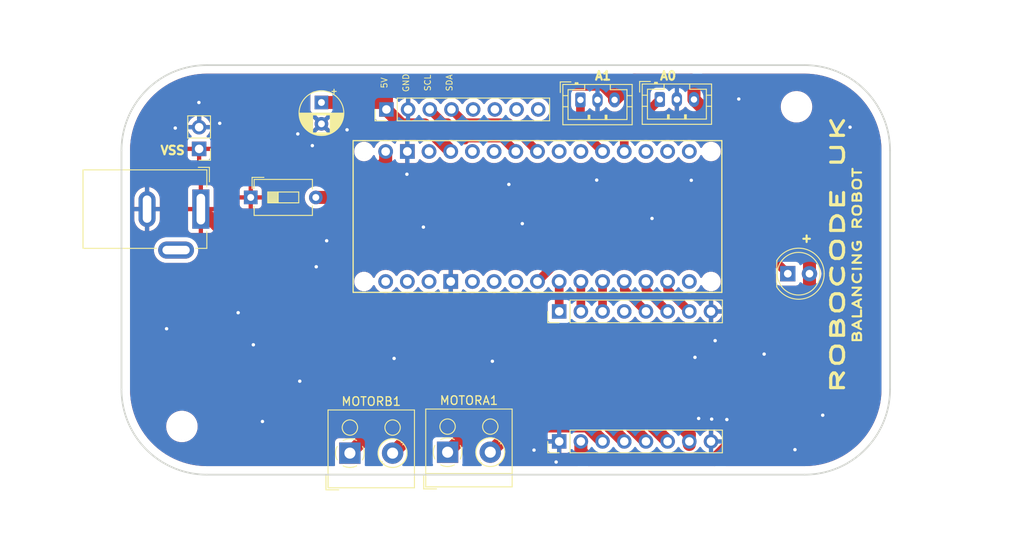
<source format=kicad_pcb>
(kicad_pcb (version 20221018) (generator pcbnew)
  (layers (0 "F.Cu" signal) (31 "B.Cu" signal) (34 "B.Paste" user) (35 "F.Paste" user) (36 "B.SilkS" user "B.Silkscreen") (37 "F.SilkS" user "F.Silkscreen") (38 "B.Mask" user) (39 "F.Mask" user) (44 "Edge.Cuts" user))
  (net 0 "")
  (net 1 "5V")
  (net 2 "GND")
  (net 3 "LED1")
  (net 4 "Vss")
  (net 5 "PWMA")
  (net 6 "AIN2")
  (net 7 "AIN1")
  (net 9 "BIN1")
  (net 10 "BIN2")
  (net 11 "PWMB")
  (net 12 "AO1")
  (net 13 "AO2")
  (net 14 "BO1")
  (net 15 "BO2")
  (net 16 "A0")
  (net 17 "A1")
  (net 18 "SCL")
  (net 19 "SDA")
  (net 24 "Net-(SW1-Pad2)")
  (footprint "Connector_JST:JST_PH_B3B-PH-K_1x03_P2.00mm_Vertical" (layer "F.Cu") (at 144.8816 54.2544)
    (fp_text reference "J5" hide)
    (fp_text value "Sharp")
    (fp_line (start -2.36 -2.11) (end -2.36 -0.86) (stroke (width 0.12)) (layer "F.SilkS"))
    (fp_line (start -2.06 -1.81) (end -2.06 2.91) (stroke (width 0.12)) (layer "F.SilkS"))
    (fp_line (start -2.06 -0.5) (end -1.45 -0.5) (stroke (width 0.12)) (layer "F.SilkS"))
    (fp_line (start -2.06 0.8) (end -1.45 0.8) (stroke (width 0.12)) (layer "F.SilkS"))
    (fp_line (start -2.06 2.91) (end 6.06 2.91) (stroke (width 0.12)) (layer "F.SilkS"))
    (fp_line (start -1.45 -1.2) (end -1.45 2.3) (stroke (width 0.12)) (layer "F.SilkS"))
    (fp_line (start -1.45 2.3) (end 5.45 2.3) (stroke (width 0.12)) (layer "F.SilkS"))
    (fp_line (start -1.11 -2.11) (end -2.36 -2.11) (stroke (width 0.12)) (layer "F.SilkS"))
    (fp_line (start -0.6 -2.01) (end -0.6 -1.81) (stroke (width 0.12)) (layer "F.SilkS"))
    (fp_line (start -0.3 -2.01) (end -0.6 -2.01) (stroke (width 0.12)) (layer "F.SilkS"))
    (fp_line (start -0.3 -1.91) (end -0.6 -1.91) (stroke (width 0.12)) (layer "F.SilkS"))
    (fp_line (start -0.3 -1.81) (end -0.3 -2.01) (stroke (width 0.12)) (layer "F.SilkS"))
    (fp_line (start 0.5 -1.81) (end 0.5 -1.2) (stroke (width 0.12)) (layer "F.SilkS"))
    (fp_line (start 0.5 -1.2) (end -1.45 -1.2) (stroke (width 0.12)) (layer "F.SilkS"))
    (fp_line (start 0.9 1.8) (end 1.1 1.8) (stroke (width 0.12)) (layer "F.SilkS"))
    (fp_line (start 0.9 2.3) (end 0.9 1.8) (stroke (width 0.12)) (layer "F.SilkS"))
    (fp_line (start 1 2.3) (end 1 1.8) (stroke (width 0.12)) (layer "F.SilkS"))
    (fp_line (start 1.1 1.8) (end 1.1 2.3) (stroke (width 0.12)) (layer "F.SilkS"))
    (fp_line (start 2.9 1.8) (end 3.1 1.8) (stroke (width 0.12)) (layer "F.SilkS"))
    (fp_line (start 2.9 2.3) (end 2.9 1.8) (stroke (width 0.12)) (layer "F.SilkS"))
    (fp_line (start 3 2.3) (end 3 1.8) (stroke (width 0.12)) (layer "F.SilkS"))
    (fp_line (start 3.1 1.8) (end 3.1 2.3) (stroke (width 0.12)) (layer "F.SilkS"))
    (fp_line (start 3.5 -1.2) (end 3.5 -1.81) (stroke (width 0.12)) (layer "F.SilkS"))
    (fp_line (start 5.45 -1.2) (end 3.5 -1.2) (stroke (width 0.12)) (layer "F.SilkS"))
    (fp_line (start 5.45 2.3) (end 5.45 -1.2) (stroke (width 0.12)) (layer "F.SilkS"))
    (fp_line (start 6.06 -1.81) (end -2.06 -1.81) (stroke (width 0.12)) (layer "F.SilkS"))
    (fp_line (start 6.06 -0.5) (end 5.45 -0.5) (stroke (width 0.12)) (layer "F.SilkS"))
    (fp_line (start 6.06 0.8) (end 5.45 0.8) (stroke (width 0.12)) (layer "F.SilkS"))
    (fp_line (start 6.06 2.91) (end 6.06 -1.81) (stroke (width 0.12)) (layer "F.SilkS"))
    (pad "1" thru_hole roundrect (at 0 0) (size 1.2 1.75) (drill 0.75) (layers "*.Cu" "*.Mask") (roundrect_rratio 0.2083333333) (net 16 "A0"))
    (pad "2" thru_hole oval (at 2 0) (size 1.2 1.75) (drill 0.75) (layers "*.Cu" "*.Mask") (net 2 "GND"))
    (pad "3" thru_hole oval (at 4 0) (size 1.2 1.75) (drill 0.75) (layers "*.Cu" "*.Mask") (net 1 "5V"))
  )
  (footprint "MountingHole:MountingHole_3.2mm_M3" (layer "F.Cu") (at 160.888932 55.109732)
    (fp_text reference "REF**" hide)
    (fp_text value "MountingHole_3.2mm_M3")
    (pad "" np_thru_hole circle (at 0 0) (size 3.2 3.2) (drill 3.2) (layers "F&B.Cu" "*.Mask"))
  )
  (footprint "Connector_PinHeader_2.54mm:PinHeader_1x08_P2.54mm_Vertical" (layer "F.Cu") (at 133.096 94.3356 90)
    (fp_text reference "J4" hide)
    (fp_text value "Conn_01x08_Socket")
    (fp_line (start -1.33 -1.33) (end 0 -1.33) (stroke (width 0.12)) (layer "F.SilkS"))
    (fp_line (start -1.33 0) (end -1.33 -1.33) (stroke (width 0.12)) (layer "F.SilkS"))
    (fp_line (start -1.33 1.27) (end -1.33 19.11) (stroke (width 0.12)) (layer "F.SilkS"))
    (fp_line (start -1.33 1.27) (end 1.33 1.27) (stroke (width 0.12)) (layer "F.SilkS"))
    (fp_line (start -1.33 19.11) (end 1.33 19.11) (stroke (width 0.12)) (layer "F.SilkS"))
    (fp_line (start 1.33 1.27) (end 1.33 19.11) (stroke (width 0.12)) (layer "F.SilkS"))
    (pad "1" thru_hole rect (at 0 0 90) (size 1.7 1.7) (drill 1) (layers "*.Cu" "*.Mask") (net 2 "GND"))
    (pad "2" thru_hole oval (at 0 2.54 90) (size 1.7 1.7) (drill 1) (layers "*.Cu" "*.Mask") (net 1 "5V"))
    (pad "3" thru_hole oval (at 0 5.08 90) (size 1.7 1.7) (drill 1) (layers "*.Cu" "*.Mask") (net 12 "AO1"))
    (pad "4" thru_hole oval (at 0 7.62 90) (size 1.7 1.7) (drill 1) (layers "*.Cu" "*.Mask") (net 13 "AO2"))
    (pad "5" thru_hole oval (at 0 10.16 90) (size 1.7 1.7) (drill 1) (layers "*.Cu" "*.Mask") (net 14 "BO1"))
    (pad "6" thru_hole oval (at 0 12.7 90) (size 1.7 1.7) (drill 1) (layers "*.Cu" "*.Mask") (net 15 "BO2"))
    (pad "7" thru_hole oval (at 0 15.24 90) (size 1.7 1.7) (drill 1) (layers "*.Cu" "*.Mask") (net 4 "Vss"))
    (pad "8" thru_hole oval (at 0 17.78 90) (size 1.7 1.7) (drill 1) (layers "*.Cu" "*.Mask") (net 2 "GND"))
  )
  (footprint "LED_THT:LED_D5.0mm" (layer "F.Cu") (at 159.8676 74.676)
    (fp_text reference "D1" hide)
    (fp_text value "LED")
    (fp_line (start -1.29 -1.545) (end -1.29 1.545) (stroke (width 0.12)) (layer "F.SilkS"))
    (fp_arc (start -1.29 -1.54483) (mid 2.072002 -2.880433) (end 4.26 0.000462) (stroke (width 0.12)) (layer "F.SilkS"))
    (fp_arc (start 4.26 -0.000462) (mid 2.072002 2.880433) (end -1.29 1.54483) (stroke (width 0.12)) (layer "F.SilkS"))
    (fp_circle (center 1.27 0) (end 3.77 0) (stroke (width 0.12)) (fill none) (layer "F.SilkS"))
    (pad "1" thru_hole rect (at 0 0) (size 1.8 1.8) (drill 0.9) (layers "*.Cu" "*.Mask") (net 3 "LED1"))
    (pad "2" thru_hole circle (at 2.54 0) (size 1.8 1.8) (drill 0.9) (layers "*.Cu" "*.Mask") (net 1 "5V"))
  )
  (footprint "TerminalBlock_RND:TerminalBlock_RND_205-00001_1x02_P5.00mm_Horizontal" (layer "F.Cu") (at 108.5888 95.7072)
    (fp_text reference "MOTORB1" (at 2.5 -6.06) (layer "F.SilkS"))
    (fp_text value "Screw_Terminal_01x02")
    (fp_line (start -2.8 2.56) (end -2.8 4.3) (stroke (width 0.12)) (layer "F.SilkS"))
    (fp_line (start -2.8 4.3) (end -1.3 4.3) (stroke (width 0.12)) (layer "F.SilkS"))
    (fp_line (start -2.56 -5.06) (end -2.56 4.06) (stroke (width 0.12)) (layer "F.SilkS"))
    (fp_line (start -2.56 -5.06) (end 7.56 -5.06) (stroke (width 0.12)) (layer "F.SilkS"))
    (fp_line (start -2.56 2.5) (end 7.56 2.5) (stroke (width 0.12)) (layer "F.SilkS"))
    (fp_line (start -2.56 4.06) (end 7.56 4.06) (stroke (width 0.12)) (layer "F.SilkS"))
    (fp_line (start 3.82 0.976) (end 3.726 1.069) (stroke (width 0.12)) (layer "F.SilkS"))
    (fp_line (start 3.99 1.216) (end 3.931 1.274) (stroke (width 0.12)) (layer "F.SilkS"))
    (fp_line (start 6.07 -1.275) (end 6.011 -1.216) (stroke (width 0.12)) (layer "F.SilkS"))
    (fp_line (start 6.275 -1.069) (end 6.181 -0.976) (stroke (width 0.12)) (layer "F.SilkS"))
    (fp_line (start 7.56 -5.06) (end 7.56 4.06) (stroke (width 0.12)) (layer "F.SilkS"))
    (fp_arc (start -1.483953 0.789089) (mid -1.680708 0.00005) (end -1.484 -0.789) (stroke (width 0.12)) (layer "F.SilkS"))
    (fp_arc (start -0.789089 -1.483953) (mid -0.00005 -1.680708) (end 0.789 -1.484) (stroke (width 0.12)) (layer "F.SilkS"))
    (fp_arc (start 0.029383 1.68045) (mid -0.392304 1.634281) (end -0.789 1.484) (stroke (width 0.12)) (layer "F.SilkS"))
    (fp_arc (start 0.788712 1.483352) (mid 0.406429 1.630097) (end 0 1.68) (stroke (width 0.12)) (layer "F.SilkS"))
    (fp_arc (start 1.483953 -0.789089) (mid 1.680708 -0.00005) (end 1.484 0.789) (stroke (width 0.12)) (layer "F.SilkS"))
    (fp_circle (center 0 -3) (end 0.9 -3) (stroke (width 0.12)) (fill none) (layer "F.SilkS"))
    (fp_circle (center 5 -3) (end 5.9 -3) (stroke (width 0.12)) (fill none) (layer "F.SilkS"))
    (fp_circle (center 5 0) (end 6.68 0) (stroke (width 0.12)) (fill none) (layer "F.SilkS"))
    (pad "1" thru_hole rect (at 0 0) (size 2.5 2.5) (drill 1.3) (layers "*.Cu" "*.Mask") (net 15 "BO2"))
    (pad "2" thru_hole circle (at 5 0) (size 2.5 2.5) (drill 1.3) (layers "*.Cu" "*.Mask") (net 14 "BO1"))
  )
  (footprint "MountingHole:MountingHole_3.2mm_M3" (layer "F.Cu") (at 88.918932 92.579732)
    (fp_text reference "REF**" hide)
    (fp_text value "MountingHole_3.2mm_M3")
    (pad "" np_thru_hole circle (at 0 0) (size 3.2 3.2) (drill 3.2) (layers "F&B.Cu" "*.Mask"))
  )
  (footprint "Connector_PinHeader_2.54mm:PinHeader_1x02_P2.54mm_Vertical" (layer "F.Cu") (at 90.932 60.0456 180)
    (fp_text reference "J1" hide)
    (fp_text value "Conn_01x02_Pin")
    (fp_line (start -1.33 -1.33) (end 0 -1.33) (stroke (width 0.12)) (layer "F.SilkS"))
    (fp_line (start -1.33 0) (end -1.33 -1.33) (stroke (width 0.12)) (layer "F.SilkS"))
    (fp_line (start -1.33 1.27) (end -1.33 3.87) (stroke (width 0.12)) (layer "F.SilkS"))
    (fp_line (start -1.33 1.27) (end 1.33 1.27) (stroke (width 0.12)) (layer "F.SilkS"))
    (fp_line (start -1.33 3.87) (end 1.33 3.87) (stroke (width 0.12)) (layer "F.SilkS"))
    (fp_line (start 1.33 1.27) (end 1.33 3.87) (stroke (width 0.12)) (layer "F.SilkS"))
    (pad "1" thru_hole rect (at 0 0 180) (size 1.7 1.7) (drill 1) (layers "*.Cu" "*.Mask") (net 4 "Vss"))
    (pad "2" thru_hole oval (at 0 2.54 180) (size 1.7 1.7) (drill 1) (layers "*.Cu" "*.Mask") (net 2 "GND"))
  )
  (footprint "Connector_PinHeader_2.54mm:PinHeader_1x08_P2.54mm_Vertical" (layer "F.Cu") (at 133.096 79.0956 90)
    (fp_text reference "J3" hide)
    (fp_text value "Conn_01x08_Socket")
    (fp_line (start -1.33 -1.33) (end 0 -1.33) (stroke (width 0.12)) (layer "F.SilkS"))
    (fp_line (start -1.33 0) (end -1.33 -1.33) (stroke (width 0.12)) (layer "F.SilkS"))
    (fp_line (start -1.33 1.27) (end -1.33 19.11) (stroke (width 0.12)) (layer "F.SilkS"))
    (fp_line (start -1.33 1.27) (end 1.33 1.27) (stroke (width 0.12)) (layer "F.SilkS"))
    (fp_line (start -1.33 19.11) (end 1.33 19.11) (stroke (width 0.12)) (layer "F.SilkS"))
    (fp_line (start 1.33 1.27) (end 1.33 19.11) (stroke (width 0.12)) (layer "F.SilkS"))
    (pad "1" thru_hole rect (at 0 0 90) (size 1.7 1.7) (drill 1) (layers "*.Cu" "*.Mask") (net 5 "PWMA"))
    (pad "2" thru_hole oval (at 0 2.54 90) (size 1.7 1.7) (drill 1) (layers "*.Cu" "*.Mask") (net 6 "AIN2"))
    (pad "3" thru_hole oval (at 0 5.08 90) (size 1.7 1.7) (drill 1) (layers "*.Cu" "*.Mask") (net 7 "AIN1"))
    (pad "4" thru_hole oval (at 0 7.62 90) (size 1.7 1.7) (drill 1) (layers "*.Cu" "*.Mask"))
    (pad "5" thru_hole oval (at 0 10.16 90) (size 1.7 1.7) (drill 1) (layers "*.Cu" "*.Mask") (net 10 "BIN2"))
    (pad "6" thru_hole oval (at 0 12.7 90) (size 1.7 1.7) (drill 1) (layers "*.Cu" "*.Mask") (net 9 "BIN1"))
    (pad "7" thru_hole oval (at 0 15.24 90) (size 1.7 1.7) (drill 1) (layers "*.Cu" "*.Mask") (net 11 "PWMB"))
    (pad "8" thru_hole oval (at 0 17.78 90) (size 1.7 1.7) (drill 1) (layers "*.Cu" "*.Mask") (net 2 "GND"))
  )
  (footprint "PCM_arduino-library:Arduino_Nano_Socket" (layer "F.Cu") (at 152.146 67.9704 90)
    (fp_text reference "XA1" hide)
    (fp_text value "Arduino_Nano_Socket")
    (fp_line (start -8.89 -43.18) (end -8.89 0) (stroke (width 0.15)) (layer "F.SilkS"))
    (fp_line (start -8.89 -43.18) (end 8.89 -43.18) (stroke (width 0.15)) (layer "F.SilkS"))
    (fp_line (start -8.89 0) (end 8.89 0) (stroke (width 0.15)) (layer "F.SilkS"))
    (fp_line (start 8.89 -43.18) (end 8.89 0) (stroke (width 0.15)) (layer "F.SilkS"))
    (pad "" np_thru_hole circle (at -7.62 -41.91 90) (size 1.8 1.8) (drill 1.8) (layers "F&B.Cu" "*.Mask"))
    (pad "" np_thru_hole circle (at -7.62 -1.27 90) (size 1.8 1.8) (drill 1.8) (layers "F&B.Cu" "*.Mask"))
    (pad "" np_thru_hole circle (at 7.62 -41.91 90) (size 1.8 1.8) (drill 1.8) (layers "F&B.Cu" "*.Mask"))
    (pad "" np_thru_hole circle (at 7.62 -1.27 90) (size 1.8 1.8) (drill 1.8) (layers "F&B.Cu" "*.Mask"))
    (pad "3V3" thru_hole circle (at 7.62 -6.35 90) (size 1.7272 1.7272) (drill 1.016) (layers "*.Cu" "*.Mask"))
    (pad "5V" thru_hole circle (at 7.62 -31.75 90) (size 1.7272 1.7272) (drill 1.016) (layers "*.Cu" "*.Mask") (net 1 "5V"))
    (pad "A0" thru_hole circle (at 7.62 -11.43 90) (size 1.7272 1.7272) (drill 1.016) (layers "*.Cu" "*.Mask") (net 16 "A0"))
    (pad "A1" thru_hole circle (at 7.62 -13.97 90) (size 1.7272 1.7272) (drill 1.016) (layers "*.Cu" "*.Mask") (net 17 "A1"))
    (pad "A2" thru_hole circle (at 7.62 -16.51 90) (size 1.7272 1.7272) (drill 1.016) (layers "*.Cu" "*.Mask"))
    (pad "A3" thru_hole circle (at 7.62 -19.05 90) (size 1.7272 1.7272) (drill 1.016) (layers "*.Cu" "*.Mask"))
    (pad "A4" thru_hole circle (at 7.62 -21.59 90) (size 1.7272 1.7272) (drill 1.016) (layers "*.Cu" "*.Mask") (net 19 "SDA"))
    (pad "A5" thru_hole circle (at 7.62 -24.13 90) (size 1.7272 1.7272) (drill 1.016) (layers "*.Cu" "*.Mask") (net 18 "SCL"))
    (pad "A6" thru_hole circle (at 7.62 -26.67 90) (size 1.7272 1.7272) (drill 1.016) (layers "*.Cu" "*.Mask"))
    (pad "A7" thru_hole circle (at 7.62 -29.21 90) (size 1.7272 1.7272) (drill 1.016) (layers "*.Cu" "*.Mask"))
    (pad "AREF" thru_hole circle (at 7.62 -8.89 90) (size 1.7272 1.7272) (drill 1.016) (layers "*.Cu" "*.Mask"))
    (pad "D0" thru_hole circle (at -7.62 -36.83 90) (size 1.7272 1.7272) (drill 1.016) (layers "*.Cu" "*.Mask"))
    (pad "D1" thru_hole circle (at -7.62 -39.37 90) (size 1.7272 1.7272) (drill 1.016) (layers "*.Cu" "*.Mask"))
    (pad "D2" thru_hole circle (at -7.62 -29.21 90) (size 1.7272 1.7272) (drill 1.016) (layers "*.Cu" "*.Mask"))
    (pad "D3" thru_hole circle (at -7.62 -26.67 90) (size 1.7272 1.7272) (drill 1.016) (layers "*.Cu" "*.Mask"))
    (pad "D4" thru_hole circle (at -7.62 -24.13 90) (size 1.7272 1.7272) (drill 1.016) (layers "*.Cu" "*.Mask"))
    (pad "D5" thru_hole circle (at -7.62 -21.59 90) (size 1.7272 1.7272) (drill 1.016) (layers "*.Cu" "*.Mask") (net 3 "LED1"))
    (pad "D6" thru_hole circle (at -7.62 -19.05 90) (size 1.7272 1.7272) (drill 1.016) (layers "*.Cu" "*.Mask") (net 5 "PWMA"))
    (pad "D7" thru_hole circle (at -7.62 -16.51 90) (size 1.7272 1.7272) (drill 1.016) (layers "*.Cu" "*.Mask") (net 6 "AIN2"))
    (pad "D8" thru_hole circle (at -7.62 -13.97 90) (size 1.7272 1.7272) (drill 1.016) (layers "*.Cu" "*.Mask") (net 7 "AIN1"))
    (pad "D9" thru_hole circle (at -7.62 -11.43 90) (size 1.7272 1.7272) (drill 1.016) (layers "*.Cu" "*.Mask") (net 10 "BIN2"))
    (pad "D10" thru_hole circle (at -7.62 -8.89 90) (size 1.7272 1.7272) (drill 1.016) (layers "*.Cu" "*.Mask") (net 9 "BIN1"))
    (pad "D11" thru_hole circle (at -7.62 -6.35 90) (size 1.7272 1.7272) (drill 1.016) (layers "*.Cu" "*.Mask") (net 11 "PWMB"))
    (pad "D12" thru_hole circle (at -7.62 -3.81 90) (size 1.7272 1.7272) (drill 1.016) (layers "*.Cu" "*.Mask"))
    (pad "D13" thru_hole circle (at 7.62 -3.81 90) (size 1.7272 1.7272) (drill 1.016) (layers "*.Cu" "*.Mask"))
    (pad "GND1" thru_hole rect (at -7.62 -31.75 90) (size 1.7272 1.7272) (drill 1.016) (layers "*.Cu" "*.Mask") (net 2 "GND"))
    (pad "GND2" thru_hole rect (at 7.62 -36.83 90) (size 1.7272 1.7272) (drill 1.016) (layers "*.Cu" "*.Mask") (net 2 "GND"))
    (pad "RST1" thru_hole circle (at -7.62 -34.29 90) (size 1.7272 1.7272) (drill 1.016) (layers "*.Cu" "*.Mask"))
    (pad "RST2" thru_hole circle (at 7.62 -34.29 90) (size 1.7272 1.7272) (drill 1.016) (layers "*.Cu" "*.Mask"))
    (pad "VIN" thru_hole circle (at 7.62 -39.37 90) (size 1.7272 1.7272) (drill 1.016) (layers "*.Cu" "*.Mask") (net 24 "Net-(SW1-Pad2)"))
  )
  (footprint "TerminalBlock_RND:TerminalBlock_RND_205-00001_1x02_P5.00mm_Horizontal" (layer "F.Cu") (at 120.0296 95.5976)
    (fp_text reference "MOTORA1" (at 2.5 -6.06) (layer "F.SilkS"))
    (fp_text value "Screw_Terminal_01x02")
    (fp_line (start -2.8 2.56) (end -2.8 4.3) (stroke (width 0.12)) (layer "F.SilkS"))
    (fp_line (start -2.8 4.3) (end -1.3 4.3) (stroke (width 0.12)) (layer "F.SilkS"))
    (fp_line (start -2.56 -5.06) (end -2.56 4.06) (stroke (width 0.12)) (layer "F.SilkS"))
    (fp_line (start -2.56 -5.06) (end 7.56 -5.06) (stroke (width 0.12)) (layer "F.SilkS"))
    (fp_line (start -2.56 2.5) (end 7.56 2.5) (stroke (width 0.12)) (layer "F.SilkS"))
    (fp_line (start -2.56 4.06) (end 7.56 4.06) (stroke (width 0.12)) (layer "F.SilkS"))
    (fp_line (start 3.82 0.976) (end 3.726 1.069) (stroke (width 0.12)) (layer "F.SilkS"))
    (fp_line (start 3.99 1.216) (end 3.931 1.274) (stroke (width 0.12)) (layer "F.SilkS"))
    (fp_line (start 6.07 -1.275) (end 6.011 -1.216) (stroke (width 0.12)) (layer "F.SilkS"))
    (fp_line (start 6.275 -1.069) (end 6.181 -0.976) (stroke (width 0.12)) (layer "F.SilkS"))
    (fp_line (start 7.56 -5.06) (end 7.56 4.06) (stroke (width 0.12)) (layer "F.SilkS"))
    (fp_arc (start -1.483953 0.789089) (mid -1.680708 0.00005) (end -1.484 -0.789) (stroke (width 0.12)) (layer "F.SilkS"))
    (fp_arc (start -0.789089 -1.483953) (mid -0.00005 -1.680708) (end 0.789 -1.484) (stroke (width 0.12)) (layer "F.SilkS"))
    (fp_arc (start 0.029383 1.68045) (mid -0.392304 1.634281) (end -0.789 1.484) (stroke (width 0.12)) (layer "F.SilkS"))
    (fp_arc (start 0.788712 1.483352) (mid 0.406429 1.630097) (end 0 1.68) (stroke (width 0.12)) (layer "F.SilkS"))
    (fp_arc (start 1.483953 -0.789089) (mid 1.680708 -0.00005) (end 1.484 0.789) (stroke (width 0.12)) (layer "F.SilkS"))
    (fp_circle (center 0 -3) (end 0.9 -3) (stroke (width 0.12)) (fill none) (layer "F.SilkS"))
    (fp_circle (center 5 -3) (end 5.9 -3) (stroke (width 0.12)) (fill none) (layer "F.SilkS"))
    (fp_circle (center 5 0) (end 6.68 0) (stroke (width 0.12)) (fill none) (layer "F.SilkS"))
    (pad "1" thru_hole rect (at 0 0) (size 2.5 2.5) (drill 1.3) (layers "*.Cu" "*.Mask") (net 13 "AO2"))
    (pad "2" thru_hole circle (at 5 0) (size 2.5 2.5) (drill 1.3) (layers "*.Cu" "*.Mask") (net 12 "AO1"))
  )
  (footprint "Connector_PinHeader_2.54mm:PinHeader_1x08_P2.54mm_Vertical" (layer "F.Cu") (at 112.8644 55.4228 90)
    (fp_text reference "J7" hide)
    (fp_text value "Conn_01x08_Socket")
    (fp_line (start -1.33 -1.33) (end 0 -1.33) (stroke (width 0.12)) (layer "F.SilkS"))
    (fp_line (start -1.33 0) (end -1.33 -1.33) (stroke (width 0.12)) (layer "F.SilkS"))
    (fp_line (start -1.33 1.27) (end -1.33 19.11) (stroke (width 0.12)) (layer "F.SilkS"))
    (fp_line (start -1.33 1.27) (end 1.33 1.27) (stroke (width 0.12)) (layer "F.SilkS"))
    (fp_line (start -1.33 19.11) (end 1.33 19.11) (stroke (width 0.12)) (layer "F.SilkS"))
    (fp_line (start 1.33 1.27) (end 1.33 19.11) (stroke (width 0.12)) (layer "F.SilkS"))
    (pad "1" thru_hole rect (at 0 0 90) (size 1.7 1.7) (drill 1) (layers "*.Cu" "*.Mask") (net 1 "5V"))
    (pad "2" thru_hole oval (at 0 2.54 90) (size 1.7 1.7) (drill 1) (layers "*.Cu" "*.Mask") (net 2 "GND"))
    (pad "3" thru_hole oval (at 0 5.08 90) (size 1.7 1.7) (drill 1) (layers "*.Cu" "*.Mask") (net 18 "SCL"))
    (pad "4" thru_hole oval (at 0 7.62 90) (size 1.7 1.7) (drill 1) (layers "*.Cu" "*.Mask") (net 19 "SDA"))
    (pad "5" thru_hole oval (at 0 10.16 90) (size 1.7 1.7) (drill 1) (layers "*.Cu" "*.Mask"))
    (pad "6" thru_hole oval (at 0 12.7 90) (size 1.7 1.7) (drill 1) (layers "*.Cu" "*.Mask"))
    (pad "7" thru_hole oval (at 0 15.24 90) (size 1.7 1.7) (drill 1) (layers "*.Cu" "*.Mask"))
    (pad "8" thru_hole oval (at 0 17.78 90) (size 1.7 1.7) (drill 1) (layers "*.Cu" "*.Mask"))
  )
  (footprint "Connector_JST:JST_PH_B3B-PH-K_1x03_P2.00mm_Vertical" (layer "F.Cu") (at 135.5852 54.3052)
    (fp_text reference "J6" hide)
    (fp_text value "Sharp")
    (fp_line (start -2.36 -2.11) (end -2.36 -0.86) (stroke (width 0.12)) (layer "F.SilkS"))
    (fp_line (start -2.06 -1.81) (end -2.06 2.91) (stroke (width 0.12)) (layer "F.SilkS"))
    (fp_line (start -2.06 -0.5) (end -1.45 -0.5) (stroke (width 0.12)) (layer "F.SilkS"))
    (fp_line (start -2.06 0.8) (end -1.45 0.8) (stroke (width 0.12)) (layer "F.SilkS"))
    (fp_line (start -2.06 2.91) (end 6.06 2.91) (stroke (width 0.12)) (layer "F.SilkS"))
    (fp_line (start -1.45 -1.2) (end -1.45 2.3) (stroke (width 0.12)) (layer "F.SilkS"))
    (fp_line (start -1.45 2.3) (end 5.45 2.3) (stroke (width 0.12)) (layer "F.SilkS"))
    (fp_line (start -1.11 -2.11) (end -2.36 -2.11) (stroke (width 0.12)) (layer "F.SilkS"))
    (fp_line (start -0.6 -2.01) (end -0.6 -1.81) (stroke (width 0.12)) (layer "F.SilkS"))
    (fp_line (start -0.3 -2.01) (end -0.6 -2.01) (stroke (width 0.12)) (layer "F.SilkS"))
    (fp_line (start -0.3 -1.91) (end -0.6 -1.91) (stroke (width 0.12)) (layer "F.SilkS"))
    (fp_line (start -0.3 -1.81) (end -0.3 -2.01) (stroke (width 0.12)) (layer "F.SilkS"))
    (fp_line (start 0.5 -1.81) (end 0.5 -1.2) (stroke (width 0.12)) (layer "F.SilkS"))
    (fp_line (start 0.5 -1.2) (end -1.45 -1.2) (stroke (width 0.12)) (layer "F.SilkS"))
    (fp_line (start 0.9 1.8) (end 1.1 1.8) (stroke (width 0.12)) (layer "F.SilkS"))
    (fp_line (start 0.9 2.3) (end 0.9 1.8) (stroke (width 0.12)) (layer "F.SilkS"))
    (fp_line (start 1 2.3) (end 1 1.8) (stroke (width 0.12)) (layer "F.SilkS"))
    (fp_line (start 1.1 1.8) (end 1.1 2.3) (stroke (width 0.12)) (layer "F.SilkS"))
    (fp_line (start 2.9 1.8) (end 3.1 1.8) (stroke (width 0.12)) (layer "F.SilkS"))
    (fp_line (start 2.9 2.3) (end 2.9 1.8) (stroke (width 0.12)) (layer "F.SilkS"))
    (fp_line (start 3 2.3) (end 3 1.8) (stroke (width 0.12)) (layer "F.SilkS"))
    (fp_line (start 3.1 1.8) (end 3.1 2.3) (stroke (width 0.12)) (layer "F.SilkS"))
    (fp_line (start 3.5 -1.2) (end 3.5 -1.81) (stroke (width 0.12)) (layer "F.SilkS"))
    (fp_line (start 5.45 -1.2) (end 3.5 -1.2) (stroke (width 0.12)) (layer "F.SilkS"))
    (fp_line (start 5.45 2.3) (end 5.45 -1.2) (stroke (width 0.12)) (layer "F.SilkS"))
    (fp_line (start 6.06 -1.81) (end -2.06 -1.81) (stroke (width 0.12)) (layer "F.SilkS"))
    (fp_line (start 6.06 -0.5) (end 5.45 -0.5) (stroke (width 0.12)) (layer "F.SilkS"))
    (fp_line (start 6.06 0.8) (end 5.45 0.8) (stroke (width 0.12)) (layer "F.SilkS"))
    (fp_line (start 6.06 2.91) (end 6.06 -1.81) (stroke (width 0.12)) (layer "F.SilkS"))
    (pad "1" thru_hole roundrect (at 0 0) (size 1.2 1.75) (drill 0.75) (layers "*.Cu" "*.Mask") (roundrect_rratio 0.2083333333) (net 17 "A1"))
    (pad "2" thru_hole oval (at 2 0) (size 1.2 1.75) (drill 0.75) (layers "*.Cu" "*.Mask") (net 2 "GND"))
    (pad "3" thru_hole oval (at 4 0) (size 1.2 1.75) (drill 0.75) (layers "*.Cu" "*.Mask") (net 1 "5V"))
  )
  (footprint "Capacitor_THT:CP_Radial_D5.0mm_P2.50mm" (layer "F.Cu") (at 105.2576 54.61 -90)
    (fp_text reference "C1" hide)
    (fp_text value "C_Small")
    (fp_line (start -1.554775 -1.475) (end -1.054775 -1.475) (stroke (width 0.12)) (layer "F.SilkS"))
    (fp_line (start -1.304775 -1.725) (end -1.304775 -1.225) (stroke (width 0.12)) (layer "F.SilkS"))
    (fp_line (start 1.25 -2.58) (end 1.25 2.58) (stroke (width 0.12)) (layer "F.SilkS"))
    (fp_line (start 1.29 -2.58) (end 1.29 2.58) (stroke (width 0.12)) (layer "F.SilkS"))
    (fp_line (start 1.33 -2.579) (end 1.33 2.579) (stroke (width 0.12)) (layer "F.SilkS"))
    (fp_line (start 1.37 -2.578) (end 1.37 2.578) (stroke (width 0.12)) (layer "F.SilkS"))
    (fp_line (start 1.41 -2.576) (end 1.41 2.576) (stroke (width 0.12)) (layer "F.SilkS"))
    (fp_line (start 1.45 -2.573) (end 1.45 2.573) (stroke (width 0.12)) (layer "F.SilkS"))
    (fp_line (start 1.49 -2.569) (end 1.49 -1.04) (stroke (width 0.12)) (layer "F.SilkS"))
    (fp_line (start 1.49 1.04) (end 1.49 2.569) (stroke (width 0.12)) (layer "F.SilkS"))
    (fp_line (start 1.53 -2.565) (end 1.53 -1.04) (stroke (width 0.12)) (layer "F.SilkS"))
    (fp_line (start 1.53 1.04) (end 1.53 2.565) (stroke (width 0.12)) (layer "F.SilkS"))
    (fp_line (start 1.57 -2.561) (end 1.57 -1.04) (stroke (width 0.12)) (layer "F.SilkS"))
    (fp_line (start 1.57 1.04) (end 1.57 2.561) (stroke (width 0.12)) (layer "F.SilkS"))
    (fp_line (start 1.61 -2.556) (end 1.61 -1.04) (stroke (width 0.12)) (layer "F.SilkS"))
    (fp_line (start 1.61 1.04) (end 1.61 2.556) (stroke (width 0.12)) (layer "F.SilkS"))
    (fp_line (start 1.65 -2.55) (end 1.65 -1.04) (stroke (width 0.12)) (layer "F.SilkS"))
    (fp_line (start 1.65 1.04) (end 1.65 2.55) (stroke (width 0.12)) (layer "F.SilkS"))
    (fp_line (start 1.69 -2.543) (end 1.69 -1.04) (stroke (width 0.12)) (layer "F.SilkS"))
    (fp_line (start 1.69 1.04) (end 1.69 2.543) (stroke (width 0.12)) (layer "F.SilkS"))
    (fp_line (start 1.73 -2.536) (end 1.73 -1.04) (stroke (width 0.12)) (layer "F.SilkS"))
    (fp_line (start 1.73 1.04) (end 1.73 2.536) (stroke (width 0.12)) (layer "F.SilkS"))
    (fp_line (start 1.77 -2.528) (end 1.77 -1.04) (stroke (width 0.12)) (layer "F.SilkS"))
    (fp_line (start 1.77 1.04) (end 1.77 2.528) (stroke (width 0.12)) (layer "F.SilkS"))
    (fp_line (start 1.81 -2.52) (end 1.81 -1.04) (stroke (width 0.12)) (layer "F.SilkS"))
    (fp_line (start 1.81 1.04) (end 1.81 2.52) (stroke (width 0.12)) (layer "F.SilkS"))
    (fp_line (start 1.85 -2.511) (end 1.85 -1.04) (stroke (width 0.12)) (layer "F.SilkS"))
    (fp_line (start 1.85 1.04) (end 1.85 2.511) (stroke (width 0.12)) (layer "F.SilkS"))
    (fp_line (start 1.89 -2.501) (end 1.89 -1.04) (stroke (width 0.12)) (layer "F.SilkS"))
    (fp_line (start 1.89 1.04) (end 1.89 2.501) (stroke (width 0.12)) (layer "F.SilkS"))
    (fp_line (start 1.93 -2.491) (end 1.93 -1.04) (stroke (width 0.12)) (layer "F.SilkS"))
    (fp_line (start 1.93 1.04) (end 1.93 2.491) (stroke (width 0.12)) (layer "F.SilkS"))
    (fp_line (start 1.971 -2.48) (end 1.971 -1.04) (stroke (width 0.12)) (layer "F.SilkS"))
    (fp_line (start 1.971 1.04) (end 1.971 2.48) (stroke (width 0.12)) (layer "F.SilkS"))
    (fp_line (start 2.011 -2.468) (end 2.011 -1.04) (stroke (width 0.12)) (layer "F.SilkS"))
    (fp_line (start 2.011 1.04) (end 2.011 2.468) (stroke (width 0.12)) (layer "F.SilkS"))
    (fp_line (start 2.051 -2.455) (end 2.051 -1.04) (stroke (width 0.12)) (layer "F.SilkS"))
    (fp_line (start 2.051 1.04) (end 2.051 2.455) (stroke (width 0.12)) (layer "F.SilkS"))
    (fp_line (start 2.091 -2.442) (end 2.091 -1.04) (stroke (width 0.12)) (layer "F.SilkS"))
    (fp_line (start 2.091 1.04) (end 2.091 2.442) (stroke (width 0.12)) (layer "F.SilkS"))
    (fp_line (start 2.131 -2.428) (end 2.131 -1.04) (stroke (width 0.12)) (layer "F.SilkS"))
    (fp_line (start 2.131 1.04) (end 2.131 2.428) (stroke (width 0.12)) (layer "F.SilkS"))
    (fp_line (start 2.171 -2.414) (end 2.171 -1.04) (stroke (width 0.12)) (layer "F.SilkS"))
    (fp_line (start 2.171 1.04) (end 2.171 2.414) (stroke (width 0.12)) (layer "F.SilkS"))
    (fp_line (start 2.211 -2.398) (end 2.211 -1.04) (stroke (width 0.12)) (layer "F.SilkS"))
    (fp_line (start 2.211 1.04) (end 2.211 2.398) (stroke (width 0.12)) (layer "F.SilkS"))
    (fp_line (start 2.251 -2.382) (end 2.251 -1.04) (stroke (width 0.12)) (layer "F.SilkS"))
    (fp_line (start 2.251 1.04) (end 2.251 2.382) (stroke (width 0.12)) (layer "F.SilkS"))
    (fp_line (start 2.291 -2.365) (end 2.291 -1.04) (stroke (width 0.12)) (layer "F.SilkS"))
    (fp_line (start 2.291 1.04) (end 2.291 2.365) (stroke (width 0.12)) (layer "F.SilkS"))
    (fp_line (start 2.331 -2.348) (end 2.331 -1.04) (stroke (width 0.12)) (layer "F.SilkS"))
    (fp_line (start 2.331 1.04) (end 2.331 2.348) (stroke (width 0.12)) (layer "F.SilkS"))
    (fp_line (start 2.371 -2.329) (end 2.371 -1.04) (stroke (width 0.12)) (layer "F.SilkS"))
    (fp_line (start 2.371 1.04) (end 2.371 2.329) (stroke (width 0.12)) (layer "F.SilkS"))
    (fp_line (start 2.411 -2.31) (end 2.411 -1.04) (stroke (width 0.12)) (layer "F.SilkS"))
    (fp_line (start 2.411 1.04) (end 2.411 2.31) (stroke (width 0.12)) (layer "F.SilkS"))
    (fp_line (start 2.451 -2.29) (end 2.451 -1.04) (stroke (width 0.12)) (layer "F.SilkS"))
    (fp_line (start 2.451 1.04) (end 2.451 2.29) (stroke (width 0.12)) (layer "F.SilkS"))
    (fp_line (start 2.491 -2.268) (end 2.491 -1.04) (stroke (width 0.12)) (layer "F.SilkS"))
    (fp_line (start 2.491 1.04) (end 2.491 2.268) (stroke (width 0.12)) (layer "F.SilkS"))
    (fp_line (start 2.531 -2.247) (end 2.531 -1.04) (stroke (width 0.12)) (layer "F.SilkS"))
    (fp_line (start 2.531 1.04) (end 2.531 2.247) (stroke (width 0.12)) (layer "F.SilkS"))
    (fp_line (start 2.571 -2.224) (end 2.571 -1.04) (stroke (width 0.12)) (layer "F.SilkS"))
    (fp_line (start 2.571 1.04) (end 2.571 2.224) (stroke (width 0.12)) (layer "F.SilkS"))
    (fp_line (start 2.611 -2.2) (end 2.611 -1.04) (stroke (width 0.12)) (layer "F.SilkS"))
    (fp_line (start 2.611 1.04) (end 2.611 2.2) (stroke (width 0.12)) (layer "F.SilkS"))
    (fp_line (start 2.651 -2.175) (end 2.651 -1.04) (stroke (width 0.12)) (layer "F.SilkS"))
    (fp_line (start 2.651 1.04) (end 2.651 2.175) (stroke (width 0.12)) (layer "F.SilkS"))
    (fp_line (start 2.691 -2.149) (end 2.691 -1.04) (stroke (width 0.12)) (layer "F.SilkS"))
    (fp_line (start 2.691 1.04) (end 2.691 2.149) (stroke (width 0.12)) (layer "F.SilkS"))
    (fp_line (start 2.731 -2.122) (end 2.731 -1.04) (stroke (width 0.12)) (layer "F.SilkS"))
    (fp_line (start 2.731 1.04) (end 2.731 2.122) (stroke (width 0.12)) (layer "F.SilkS"))
    (fp_line (start 2.771 -2.095) (end 2.771 -1.04) (stroke (width 0.12)) (layer "F.SilkS"))
    (fp_line (start 2.771 1.04) (end 2.771 2.095) (stroke (width 0.12)) (layer "F.SilkS"))
    (fp_line (start 2.811 -2.065) (end 2.811 -1.04) (stroke (width 0.12)) (layer "F.SilkS"))
    (fp_line (start 2.811 1.04) (end 2.811 2.065) (stroke (width 0.12)) (layer "F.SilkS"))
    (fp_line (start 2.851 -2.035) (end 2.851 -1.04) (stroke (width 0.12)) (layer "F.SilkS"))
    (fp_line (start 2.851 1.04) (end 2.851 2.035) (stroke (width 0.12)) (layer "F.SilkS"))
    (fp_line (start 2.891 -2.004) (end 2.891 -1.04) (stroke (width 0.12)) (layer "F.SilkS"))
    (fp_line (start 2.891 1.04) (end 2.891 2.004) (stroke (width 0.12)) (layer "F.SilkS"))
    (fp_line (start 2.931 -1.971) (end 2.931 -1.04) (stroke (width 0.12)) (layer "F.SilkS"))
    (fp_line (start 2.931 1.04) (end 2.931 1.971) (stroke (width 0.12)) (layer "F.SilkS"))
    (fp_line (start 2.971 -1.937) (end 2.971 -1.04) (stroke (width 0.12)) (layer "F.SilkS"))
    (fp_line (start 2.971 1.04) (end 2.971 1.937) (stroke (width 0.12)) (layer "F.SilkS"))
    (fp_line (start 3.011 -1.901) (end 3.011 -1.04) (stroke (width 0.12)) (layer "F.SilkS"))
    (fp_line (start 3.011 1.04) (end 3.011 1.901) (stroke (width 0.12)) (layer "F.SilkS"))
    (fp_line (start 3.051 -1.864) (end 3.051 -1.04) (stroke (width 0.12)) (layer "F.SilkS"))
    (fp_line (start 3.051 1.04) (end 3.051 1.864) (stroke (width 0.12)) (layer "F.SilkS"))
    (fp_line (start 3.091 -1.826) (end 3.091 -1.04) (stroke (width 0.12)) (layer "F.SilkS"))
    (fp_line (start 3.091 1.04) (end 3.091 1.826) (stroke (width 0.12)) (layer "F.SilkS"))
    (fp_line (start 3.131 -1.785) (end 3.131 -1.04) (stroke (width 0.12)) (layer "F.SilkS"))
    (fp_line (start 3.131 1.04) (end 3.131 1.785) (stroke (width 0.12)) (layer "F.SilkS"))
    (fp_line (start 3.171 -1.743) (end 3.171 -1.04) (stroke (width 0.12)) (layer "F.SilkS"))
    (fp_line (start 3.171 1.04) (end 3.171 1.743) (stroke (width 0.12)) (layer "F.SilkS"))
    (fp_line (start 3.211 -1.699) (end 3.211 -1.04) (stroke (width 0.12)) (layer "F.SilkS"))
    (fp_line (start 3.211 1.04) (end 3.211 1.699) (stroke (width 0.12)) (layer "F.SilkS"))
    (fp_line (start 3.251 -1.653) (end 3.251 -1.04) (stroke (width 0.12)) (layer "F.SilkS"))
    (fp_line (start 3.251 1.04) (end 3.251 1.653) (stroke (width 0.12)) (layer "F.SilkS"))
    (fp_line (start 3.291 -1.605) (end 3.291 -1.04) (stroke (width 0.12)) (layer "F.SilkS"))
    (fp_line (start 3.291 1.04) (end 3.291 1.605) (stroke (width 0.12)) (layer "F.SilkS"))
    (fp_line (start 3.331 -1.554) (end 3.331 -1.04) (stroke (width 0.12)) (layer "F.SilkS"))
    (fp_line (start 3.331 1.04) (end 3.331 1.554) (stroke (width 0.12)) (layer "F.SilkS"))
    (fp_line (start 3.371 -1.5) (end 3.371 -1.04) (stroke (width 0.12)) (layer "F.SilkS"))
    (fp_line (start 3.371 1.04) (end 3.371 1.5) (stroke (width 0.12)) (layer "F.SilkS"))
    (fp_line (start 3.411 -1.443) (end 3.411 -1.04) (stroke (width 0.12)) (layer "F.SilkS"))
    (fp_line (start 3.411 1.04) (end 3.411 1.443) (stroke (width 0.12)) (layer "F.SilkS"))
    (fp_line (start 3.451 -1.383) (end 3.451 -1.04) (stroke (width 0.12)) (layer "F.SilkS"))
    (fp_line (start 3.451 1.04) (end 3.451 1.383) (stroke (width 0.12)) (layer "F.SilkS"))
    (fp_line (start 3.491 -1.319) (end 3.491 -1.04) (stroke (width 0.12)) (layer "F.SilkS"))
    (fp_line (start 3.491 1.04) (end 3.491 1.319) (stroke (width 0.12)) (layer "F.SilkS"))
    (fp_line (start 3.531 -1.251) (end 3.531 -1.04) (stroke (width 0.12)) (layer "F.SilkS"))
    (fp_line (start 3.531 1.04) (end 3.531 1.251) (stroke (width 0.12)) (layer "F.SilkS"))
    (fp_line (start 3.571 -1.178) (end 3.571 1.178) (stroke (width 0.12)) (layer "F.SilkS"))
    (fp_line (start 3.611 -1.098) (end 3.611 1.098) (stroke (width 0.12)) (layer "F.SilkS"))
    (fp_line (start 3.651 -1.011) (end 3.651 1.011) (stroke (width 0.12)) (layer "F.SilkS"))
    (fp_line (start 3.691 -0.915) (end 3.691 0.915) (stroke (width 0.12)) (layer "F.SilkS"))
    (fp_line (start 3.731 -0.805) (end 3.731 0.805) (stroke (width 0.12)) (layer "F.SilkS"))
    (fp_line (start 3.771 -0.677) (end 3.771 0.677) (stroke (width 0.12)) (layer "F.SilkS"))
    (fp_line (start 3.811 -0.518) (end 3.811 0.518) (stroke (width 0.12)) (layer "F.SilkS"))
    (fp_line (start 3.851 -0.284) (end 3.851 0.284) (stroke (width 0.12)) (layer "F.SilkS"))
    (fp_circle (center 1.25 0) (end 3.87 0) (stroke (width 0.12)) (fill none) (layer "F.SilkS"))
    (pad "1" thru_hole rect (at 0 0 270) (size 1.6 1.6) (drill 0.8) (layers "*.Cu" "*.Mask") (net 1 "5V"))
    (pad "2" thru_hole circle (at 2.5 0 270) (size 1.6 1.6) (drill 0.8) (layers "*.Cu" "*.Mask") (net 2 "GND"))
  )
  (footprint "Connector_BarrelJack:BarrelJack_GCT_DCJ200-10-A_Horizontal" (layer "F.Cu") (at 91.1352 67.1068 -90)
    (fp_text reference "J2" hide)
    (fp_text value "Barrel_Jack_MountingPin")
    (fp_line (start -4.9 -1) (end -4.9 0.3) (stroke (width 0.12)) (layer "F.SilkS"))
    (fp_line (start -4.6 -0.7) (end -2.6 -0.7) (stroke (width 0.12)) (layer "F.SilkS"))
    (fp_line (start -4.6 13.8) (end -4.6 -0.7) (stroke (width 0.12)) (layer "F.SilkS"))
    (fp_line (start -3.2 -1) (end -4.9 -1) (stroke (width 0.12)) (layer "F.SilkS"))
    (fp_line (start 2.6 -0.7) (end 4.6 -0.7) (stroke (width 0.12)) (layer "F.SilkS"))
    (fp_line (start 4.6 -0.7) (end 4.6 0.6) (stroke (width 0.12)) (layer "F.SilkS"))
    (fp_line (start 4.6 5.2) (end 4.6 13.8) (stroke (width 0.12)) (layer "F.SilkS"))
    (fp_line (start 4.6 13.8) (end -4.6 13.8) (stroke (width 0.12)) (layer "F.SilkS"))
    (pad "1" thru_hole rect (at 0 0 270) (size 4.6 2) (drill oval 3.6 1) (layers "*.Cu" "*.Mask") (net 4 "Vss"))
    (pad "2" thru_hole oval (at 0 6.3 270) (size 4.2 2) (drill oval 3.2 1) (layers "*.Cu" "*.Mask") (net 2 "GND"))
    (pad "3" thru_hole oval (at 4.8 2.9 270) (size 2 4.2) (drill oval 1 3.2) (layers "*.Cu" "*.Mask"))
  )
  (footprint "Button_Switch_THT:SW_DIP_SPSTx01_Slide_6.7x4.1mm_W7.62mm_P2.54mm_LowProfile" (layer "F.Cu") (at 96.9772 65.7352)
    (fp_text reference "SW1" hide)
    (fp_text value "SW_DIP_x01")
    (fp_line (start 0.16 -2.35) (end 0.16 -1.04) (stroke (width 0.12)) (layer "F.SilkS"))
    (fp_line (start 0.16 -2.35) (end 1.543 -2.35) (stroke (width 0.12)) (layer "F.SilkS"))
    (fp_line (start 0.4 -2.11) (end 0.4 -1.04) (stroke (width 0.12)) (layer "F.SilkS"))
    (fp_line (start 0.4 -2.11) (end 7.221 -2.11) (stroke (width 0.12)) (layer "F.SilkS"))
    (fp_line (start 0.4 1.04) (end 0.4 2.11) (stroke (width 0.12)) (layer "F.SilkS"))
    (fp_line (start 0.4 2.11) (end 7.221 2.11) (stroke (width 0.12)) (layer "F.SilkS"))
    (fp_line (start 2 -0.635) (end 2 0.635) (stroke (width 0.12)) (layer "F.SilkS"))
    (fp_line (start 2 -0.515) (end 3.206667 -0.515) (stroke (width 0.12)) (layer "F.SilkS"))
    (fp_line (start 2 -0.395) (end 3.206667 -0.395) (stroke (width 0.12)) (layer "F.SilkS"))
    (fp_line (start 2 -0.275) (end 3.206667 -0.275) (stroke (width 0.12)) (layer "F.SilkS"))
    (fp_line (start 2 -0.155) (end 3.206667 -0.155) (stroke (width 0.12)) (layer "F.SilkS"))
    (fp_line (start 2 -0.035) (end 3.206667 -0.035) (stroke (width 0.12)) (layer "F.SilkS"))
    (fp_line (start 2 0.085) (end 3.206667 0.085) (stroke (width 0.12)) (layer "F.SilkS"))
    (fp_line (start 2 0.205) (end 3.206667 0.205) (stroke (width 0.12)) (layer "F.SilkS"))
    (fp_line (start 2 0.325) (end 3.206667 0.325) (stroke (width 0.12)) (layer "F.SilkS"))
    (fp_line (start 2 0.445) (end 3.206667 0.445) (stroke (width 0.12)) (layer "F.SilkS"))
    (fp_line (start 2 0.565) (end 3.206667 0.565) (stroke (width 0.12)) (layer "F.SilkS"))
    (fp_line (start 2 0.635) (end 5.62 0.635) (stroke (width 0.12)) (layer "F.SilkS"))
    (fp_line (start 3.206667 -0.635) (end 3.206667 0.635) (stroke (width 0.12)) (layer "F.SilkS"))
    (fp_line (start 5.62 -0.635) (end 2 -0.635) (stroke (width 0.12)) (layer "F.SilkS"))
    (fp_line (start 5.62 0.635) (end 5.62 -0.635) (stroke (width 0.12)) (layer "F.SilkS"))
    (fp_line (start 7.221 -2.11) (end 7.221 -0.99) (stroke (width 0.12)) (layer "F.SilkS"))
    (fp_line (start 7.221 0.99) (end 7.221 2.11) (stroke (width 0.12)) (layer "F.SilkS"))
    (pad "1" thru_hole rect (at 0 0) (size 1.6 1.6) (drill 0.8) (layers "*.Cu" "*.Mask") (net 4 "Vss"))
    (pad "2" thru_hole oval (at 7.62 0) (size 1.6 1.6) (drill 0.8) (layers "*.Cu" "*.Mask") (net 24 "Net-(SW1-Pad2)"))
  )
  (gr_line (start 161.838932 50.229732) (end 91.838932 50.229732) (stroke (width 0.2)) (layer "Edge.Cuts"))
  (gr_arc (start 91.838932 98.229732) (mid 84.767864 95.3008) (end 81.838932 88.229732) (stroke (width 0.2)) (layer "Edge.Cuts"))
  (gr_arc (start 171.838932 88.229732) (mid 168.91 95.3008) (end 161.838932 98.229732) (stroke (width 0.2)) (layer "Edge.Cuts"))
  (gr_line (start 171.838932 88.229732) (end 171.838932 60.229732) (stroke (width 0.2)) (layer "Edge.Cuts"))
  (gr_arc (start 81.838932 60.229732) (mid 84.767864 53.158664) (end 91.838932 50.229732) (stroke (width 0.2)) (layer "Edge.Cuts"))
  (gr_arc (start 161.838932 50.229732) (mid 168.91 53.158664) (end 171.838932 60.229732) (stroke (width 0.2)) (layer "Edge.Cuts"))
  (gr_line (start 81.838932 60.229732) (end 81.838932 88.229732) (stroke (width 0.2)) (layer "Edge.Cuts"))
  (gr_line (start 91.838932 98.229732) (end 161.838932 98.229732) (stroke (width 0.2)) (layer "Edge.Cuts"))
  (gr_text "SCL\n" (at 118.11 53.34 90) (layer "F.SilkS") (effects (font (size 0.7 0.7) (thickness 0.1)) (justify left bottom)))
  (gr_text "VSS" (at 86.2838 60.8076) (layer "F.SilkS") (effects (font (size 1 1) (thickness 0.25) bold) (justify left bottom)))
  (gr_text "GND" (at 115.57 53.44 90) (layer "F.SilkS") (effects (font (size 0.7 0.7) (thickness 0.1)) (justify left bottom)))
  (gr_text "A1" (at 137.16 52.07) (layer "F.SilkS") (effects (font (size 1 1) (thickness 0.25) bold) (justify left bottom)))
  (gr_text "5V\n" (at 113.03 53.006667 90) (layer "F.SilkS") (effects (font (size 0.7 0.7) (thickness 0.1)) (justify left bottom)))
  (gr_text "+" (at 161.29 71.0946) (layer "F.SilkS") (effects (font (size 1 1) (thickness 0.25) bold) (justify left bottom)))
  (gr_text "BALANCING ROBOT\n" (at 168.5798 82.9818 90) (layer "F.SilkS") (effects (font (size 1 1.5) (thickness 0.25) bold) (justify left bottom)))
  (gr_text "ROBOCODE UK" (at 166.5986 88.988049 90) (layer "F.SilkS") (effects (font (size 1.5 3) (thickness 0.375) bold) (justify left bottom)))
  (gr_text "SDA\n" (at 120.65 53.356667 90) (layer "F.SilkS") (effects (font (size 0.7 0.7) (thickness 0.1)) (justify left bottom)))
  (gr_text "A0" (at 144.78 52.07) (layer "F.SilkS") (effects (font (size 1 1) (thickness 0.25) bold) (justify left bottom)))
  (segment (start 112.4072 54.61) (end 112.8644 54.1528) (width 1.524) (layer "F.Cu") (net 1))
  (segment (start 105.2576 54.61) (end 112.4072 54.61) (width 1.524) (layer "F.Cu") (net 1))
  (segment (start 162.4076 74.676) (end 162.4076 67.7804) (width 1.524) (layer "F.Cu") (net 1))
  (segment (start 138.232202 52.4682) (end 113.0382 52.4682) (width 1.524) (layer "F.Cu") (net 1))
  (segment (start 112.8644 54.1528) (end 112.8644 55.4228) (width 1.524) (layer "F.Cu") (net 1))
  (segment (start 139.5852 54.3052) (end 139.5852 53.821198) (width 1.524) (layer "F.Cu") (net 1))
  (segment (start 113.0382 52.4682) (end 112.5728 52.9336) (width 1.524) (layer "F.Cu") (net 1))
  (segment (start 151.306423 96.467732) (end 162.4076 85.366555) (width 1.524) (layer "F.Cu") (net 1))
  (segment (start 135.636 95.537681) (end 136.566051 96.467732) (width 1.524) (layer "F.Cu") (net 1))
  (segment (start 117.322189 57.2348) (end 114.653845 57.2348) (width 1.524) (layer "F.Cu") (net 1))
  (segment (start 141.898668 51.991732) (end 139.5852 54.3052) (width 1.524) (layer "F.Cu") (net 1))
  (segment (start 114.653845 57.2348) (end 112.8644 55.445355) (width 1.524) (layer "F.Cu") (net 1))
  (segment (start 148.8816 54.2544) (end 148.8816 52.3108) (width 1.524) (layer "F.Cu") (net 1))
  (segment (start 148.562532 51.991732) (end 141.898668 51.991732) (width 1.524) (layer "F.Cu") (net 1))
  (segment (start 120.396 60.3504) (end 120.396 60.308611) (width 1.524) (layer "F.Cu") (net 1))
  (segment (start 148.8816 52.3108) (end 148.562532 51.991732) (width 1.524) (layer "F.Cu") (net 1))
  (segment (start 136.566051 96.467732) (end 151.306423 96.467732) (width 1.524) (layer "F.Cu") (net 1))
  (segment (start 120.396 60.308611) (end 117.322189 57.2348) (width 1.524) (layer "F.Cu") (net 1))
  (segment (start 139.5852 53.821198) (end 138.232202 52.4682) (width 1.524) (layer "F.Cu") (net 1))
  (segment (start 162.4076 67.7804) (end 148.8816 54.2544) (width 1.524) (layer "F.Cu") (net 1))
  (segment (start 162.4076 85.366555) (end 162.4076 74.676) (width 1.524) (layer "F.Cu") (net 1))
  (segment (start 112.5728 52.9336) (end 112.8644 53.2252) (width 1.524) (layer "F.Cu") (net 1))
  (segment (start 112.8644 55.445355) (end 112.8644 55.4228) (width 1.524) (layer "F.Cu") (net 1))
  (segment (start 135.636 94.3356) (end 135.636 95.537681) (width 1.524) (layer "F.Cu") (net 1))
  (segment (start 112.8644 53.2252) (end 112.8644 54.1528) (width 1.524) (layer "F.Cu") (net 1))
  (via (at 148.9964 84.4804) (size 0.8) (drill 0.4) (layers "F.Cu" "B.Cu") (net 2))
  (via (at 90.9066 54.61) (size 0.8) (drill 0.4) (layers "F.Cu" "B.Cu") (net 2))
  (via (at 143.9672 68.199) (size 0.8) (drill 0.4) (layers "F.Cu" "B.Cu") (net 2))
  (via (at 130.1496 95.3516) (size 0.8) (drill 0.4) (layers "F.Cu" "B.Cu") (net 2))
  (via (at 93.345 57.0484) (size 0.8) (drill 0.4) (layers "F.Cu" "B.Cu") (net 2))
  (via (at 148.5646 63.7286) (size 0.8) (drill 0.4) (layers "F.Cu" "B.Cu") (net 2))
  (via (at 127.2032 64.2112) (size 0.8) (drill 0.4) (layers "F.Cu" "B.Cu") (net 2))
  (via (at 132.7404 96.7486) (size 0.8) (drill 0.4) (layers "F.Cu" "B.Cu") (net 2))
  (via (at 113.7666 84.6074) (size 0.8) (drill 0.4) (layers "F.Cu" "B.Cu") (net 2))
  (via (at 87.122 81.1276) (size 0.8) (drill 0.4) (layers "F.Cu" "B.Cu") (net 2))
  (via (at 95.504 79.248) (size 0.8) (drill 0.4) (layers "F.Cu" "B.Cu") (net 2))
  (via (at 128.778 68.8086) (size 0.8) (drill 0.4) (layers "F.Cu" "B.Cu") (net 2))
  (via (at 88.138 57.6072) (size 0.8) (drill 0.4) (layers "F.Cu" "B.Cu") (net 2))
  (via (at 117.1956 69.215) (size 0.8) (drill 0.4) (layers "F.Cu" "B.Cu") (net 2))
  (via (at 102.489 58.293) (size 0.8) (drill 0.4) (layers "F.Cu" "B.Cu") (net 2))
  (via (at 163.957 91.2622) (size 0.8) (drill 0.4) (layers "F.Cu" "B.Cu") (net 2))
  (via (at 115.2652 63.0174) (size 0.8) (drill 0.4) (layers "F.Cu" "B.Cu") (net 2))
  (via (at 154.1272 54.2036) (size 0.8) (drill 0.4) (layers "F.Cu" "B.Cu") (net 2))
  (via (at 150.9522 91.7194) (size 0.8) (drill 0.4) (layers "F.Cu" "B.Cu") (net 2))
  (via (at 151.3586 82.5246) (size 0.8) (drill 0.4) (layers "F.Cu" "B.Cu") (net 2))
  (via (at 104.1908 59.6646) (size 0.8) (drill 0.4) (layers "F.Cu" "B.Cu") (net 2))
  (via (at 97.282 83.0072) (size 0.8) (drill 0.4) (layers "F.Cu" "B.Cu") (net 2))
  (via (at 137.4902 63.7032) (size 0.8) (drill 0.4) (layers "F.Cu" "B.Cu") (net 2))
  (via (at 102.7176 87.2744) (size 0.8) (drill 0.4) (layers "F.Cu" "B.Cu") (net 2))
  (via (at 98.3488 91.9988) (size 0.8) (drill 0.4) (layers "F.Cu" "B.Cu") (net 2))
  (via (at 157.099 84.0994) (size 0.8) (drill 0.4) (layers "F.Cu" "B.Cu") (net 2))
  (via (at 125.2728 84.9376) (size 0.8) (drill 0.4) (layers "F.Cu" "B.Cu") (net 2))
  (via (at 160.7058 95.3008) (size 0.8) (drill 0.4) (layers "F.Cu" "B.Cu") (net 2))
  (via (at 152.7302 91.7702) (size 0.8) (drill 0.4) (layers "F.Cu" "B.Cu") (net 2))
  (via (at 105.8672 70.8152) (size 0.8) (drill 0.4) (layers "F.Cu" "B.Cu") (net 2))
  (via (at 149.4282 91.6432) (size 0.8) (drill 0.4) (layers "F.Cu" "B.Cu") (net 2))
  (via (at 108.2548 57.8104) (size 0.8) (drill 0.4) (layers "F.Cu" "B.Cu") (net 2))
  (via (at 104.648 73.8632) (size 0.8) (drill 0.4) (layers "F.Cu" "B.Cu") (net 2))
  (via (at 167.1574 57.5056) (size 0.8) (drill 0.4) (layers "F.Cu" "B.Cu") (net 2))
  (segment (start 159.8676 74.676) (end 157.7848 72.5932) (width 1.016) (layer "F.Cu") (net 3))
  (segment (start 157.7848 72.5932) (end 133.5532 72.5932) (width 1.016) (layer "F.Cu") (net 3))
  (segment (start 133.5532 72.5932) (end 130.556 75.5904) (width 1.016) (layer "F.Cu") (net 3))
  (segment (start 105.2916 81.2632) (end 91.1352 67.1068) (width 1.524) (layer "F.Cu") (net 4))
  (segment (start 136.110081 81.2632) (end 105.2916 81.2632) (width 1.524) (layer "F.Cu") (net 4))
  (segment (start 148.336 93.489119) (end 136.110081 81.2632) (width 1.524) (layer "F.Cu") (net 4))
  (segment (start 148.336 94.6912) (end 148.336 93.489119) (width 1.524) (layer "F.Cu") (net 4))
  (segment (start 133.096 75.5904) (end 133.096 79.0956) (width 1.016) (layer "F.Cu") (net 5))
  (segment (start 135.636 75.5904) (end 135.636 79.0956) (width 1.016) (layer "F.Cu") (net 6))
  (segment (start 138.176 75.5904) (end 138.176 79.0956) (width 1.016) (layer "F.Cu") (net 7))
  (segment (start 143.256 75.5904) (end 143.256 76.5556) (width 1.016) (layer "F.Cu") (net 9))
  (segment (start 143.256 76.5556) (end 145.796 79.0956) (width 1.016) (layer "F.Cu") (net 9))
  (segment (start 140.716 75.5904) (end 140.716 76.5556) (width 1.016) (layer "F.Cu") (net 10))
  (segment (start 140.716 76.5556) (end 143.256 79.0956) (width 1.016) (layer "F.Cu") (net 10))
  (segment (start 145.796 75.5904) (end 145.796 76.5556) (width 1.016) (layer "F.Cu") (net 11))
  (segment (start 145.796 76.5556) (end 148.336 79.0956) (width 1.016) (layer "F.Cu") (net 11))
  (segment (start 138.176 94.313045) (end 136.386555 92.5236) (width 1.524) (layer "F.Cu") (net 12))
  (segment (start 138.176 94.3356) (end 138.176 94.313045) (width 1.524) (layer "F.Cu") (net 12))
  (segment (start 136.386555 92.5236) (end 128.1036 92.5236) (width 1.524) (layer "F.Cu") (net 12))
  (segment (start 128.1036 92.5236) (end 125.0296 95.5976) (width 1.524) (layer "F.Cu") (net 12))
  (segment (start 137.202555 90.7996) (end 124.8276 90.7996) (width 1.524) (layer "F.Cu") (net 13))
  (segment (start 140.716 94.3356) (end 140.716 94.313045) (width 1.524) (layer "F.Cu") (net 13))
  (segment (start 140.716 94.313045) (end 137.202555 90.7996) (width 1.524) (layer "F.Cu") (net 13))
  (segment (start 124.8276 90.7996) (end 120.0296 95.5976) (width 1.524) (layer "F.Cu") (net 13))
  (segment (start 138.018555 89.0756) (end 120.2204 89.0756) (width 1.524) (layer "F.Cu") (net 14))
  (segment (start 120.2204 89.0756) (end 113.5888 95.7072) (width 1.524) (layer "F.Cu") (net 14))
  (segment (start 143.256 94.313045) (end 138.018555 89.0756) (width 1.524) (layer "F.Cu") (net 14))
  (segment (start 143.256 94.3356) (end 143.256 94.313045) (width 1.524) (layer "F.Cu") (net 14))
  (segment (start 145.796 94.3356) (end 145.796 94.313045) (width 1.524) (layer "F.Cu") (net 15))
  (segment (start 145.796 94.313045) (end 138.834555 87.3516) (width 1.524) (layer "F.Cu") (net 15))
  (segment (start 138.834555 87.3516) (end 116.9444 87.3516) (width 1.524) (layer "F.Cu") (net 15))
  (segment (start 116.9444 87.3516) (end 108.5888 95.7072) (width 1.524) (layer "F.Cu") (net 15))
  (segment (start 140.716 60.3504) (end 140.716 58.42) (width 1.016) (layer "F.Cu") (net 16))
  (segment (start 140.716 58.42) (end 144.8816 54.2544) (width 1.016) (layer "F.Cu") (net 16))
  (segment (start 138.176 60.3504) (end 135.5852 57.7596) (width 1.016) (layer "F.Cu") (net 17))
  (segment (start 135.5852 57.7596) (end 135.5852 54.3052) (width 1.016) (layer "F.Cu") (net 17))
  (segment (start 119.5024 56.9808) (end 120.0236 56.9808) (width 1.016) (layer "F.Cu") (net 18))
  (segment (start 122.285021 58.7788) (end 126.4444 58.7788) (width 1.016) (layer "F.Cu") (net 18))
  (segment (start 126.4444 58.7788) (end 128.016 60.3504) (width 1.016) (layer "F.Cu") (net 18))
  (segment (start 120.0236 56.9808) (end 122.053311 59.010511) (width 1.016) (layer "F.Cu") (net 18))
  (segment (start 122.053311 59.010511) (end 122.285021 58.7788) (width 1.016) (layer "F.Cu") (net 18))
  (segment (start 117.9444 55.4228) (end 119.5024 56.9808) (width 1.016) (layer "F.Cu") (net 18))
  (segment (start 127.1864 56.9808) (end 130.556 60.3504) (width 1.016) (layer "F.Cu") (net 19))
  (segment (start 120.4844 55.4228) (end 122.0424 56.9808) (width 1.016) (layer "F.Cu") (net 19))
  (segment (start 122.0424 56.9808) (end 127.1864 56.9808) (width 1.016) (layer "F.Cu") (net 19))
  (segment (start 112.776 61.571714) (end 112.776 60.3504) (width 1.524) (layer "F.Cu") (net 24))
  (segment (start 108.612514 65.7352) (end 112.776 61.571714) (width 1.524) (layer "F.Cu") (net 24))
  (segment (start 104.5972 65.7352) (end 108.612514 65.7352) (width 1.524) (layer "F.Cu") (net 24))
  (zone (net 4) (net_name "Vss") (layer "F.Cu") (priority 2) (connect_pads (clearance 0.5)) (min_thickness 0.25) (fill yes (thermal_gap 0.5) (thermal_bridge_width 0.5))
    (polygon (pts (xy 88.392 59.055) (xy 88.4174 70.3326) (xy 99.695 70.7644) (xy 99.822 59.1566)))
  )
  (zone (net 2) (net_name "GND") (layers "F&B.Cu") (priority 1) (connect_pads (clearance 0.5)) (min_thickness 0.25) (fill yes (thermal_gap 0.5) (thermal_bridge_width 0.5))
    (polygon (pts (xy 67.6148 46.5074) (xy 68.1228 107.442) (xy 187.5282 107.7722) (xy 182.753 42.5958)))
  )
)
</source>
